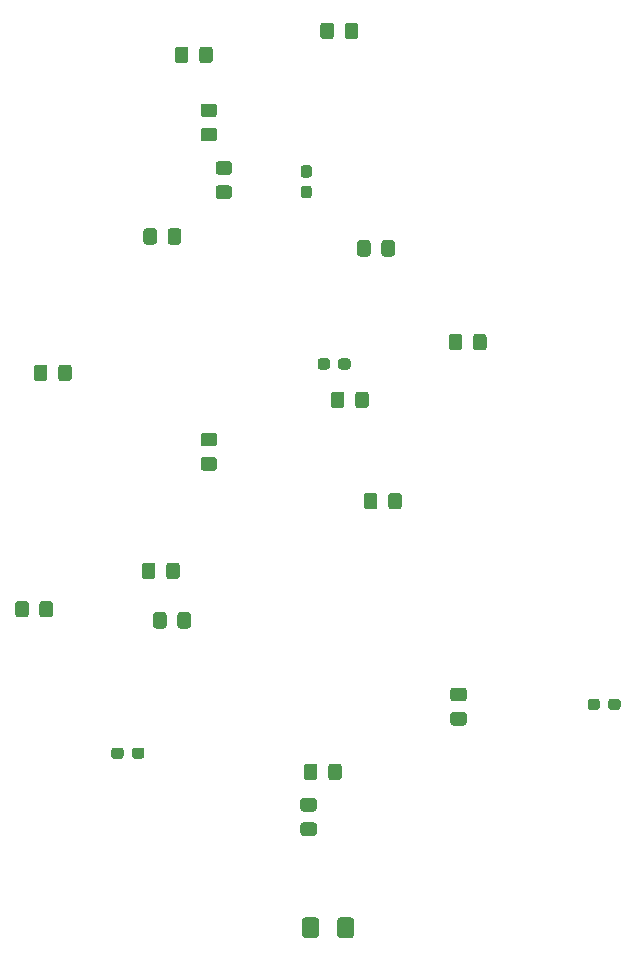
<source format=gbr>
%TF.GenerationSoftware,KiCad,Pcbnew,(5.1.6)-1*%
%TF.CreationDate,2021-10-27T13:00:29+02:00*%
%TF.ProjectId,_autosave-BaumOben,5f617574-6f73-4617-9665-2d4261756d4f,rev?*%
%TF.SameCoordinates,Original*%
%TF.FileFunction,Paste,Bot*%
%TF.FilePolarity,Positive*%
%FSLAX46Y46*%
G04 Gerber Fmt 4.6, Leading zero omitted, Abs format (unit mm)*
G04 Created by KiCad (PCBNEW (5.1.6)-1) date 2021-10-27 13:00:29*
%MOMM*%
%LPD*%
G01*
G04 APERTURE LIST*
G04 APERTURE END LIST*
%TO.C,C2*%
G36*
G01*
X107455000Y-143931800D02*
X107455000Y-142681800D01*
G75*
G02*
X107705000Y-142431800I250000J0D01*
G01*
X108630000Y-142431800D01*
G75*
G02*
X108880000Y-142681800I0J-250000D01*
G01*
X108880000Y-143931800D01*
G75*
G02*
X108630000Y-144181800I-250000J0D01*
G01*
X107705000Y-144181800D01*
G75*
G02*
X107455000Y-143931800I0J250000D01*
G01*
G37*
G36*
G01*
X104480000Y-143931800D02*
X104480000Y-142681800D01*
G75*
G02*
X104730000Y-142431800I250000J0D01*
G01*
X105655000Y-142431800D01*
G75*
G02*
X105905000Y-142681800I0J-250000D01*
G01*
X105905000Y-143931800D01*
G75*
G02*
X105655000Y-144181800I-250000J0D01*
G01*
X104730000Y-144181800D01*
G75*
G02*
X104480000Y-143931800I0J250000D01*
G01*
G37*
%TD*%
%TO.C,R9*%
G36*
G01*
X108971500Y-99065501D02*
X108971500Y-98165499D01*
G75*
G02*
X109221499Y-97915500I249999J0D01*
G01*
X109871501Y-97915500D01*
G75*
G02*
X110121500Y-98165499I0J-249999D01*
G01*
X110121500Y-99065501D01*
G75*
G02*
X109871501Y-99315500I-249999J0D01*
G01*
X109221499Y-99315500D01*
G75*
G02*
X108971500Y-99065501I0J249999D01*
G01*
G37*
G36*
G01*
X106921500Y-99065501D02*
X106921500Y-98165499D01*
G75*
G02*
X107171499Y-97915500I249999J0D01*
G01*
X107821501Y-97915500D01*
G75*
G02*
X108071500Y-98165499I0J-249999D01*
G01*
X108071500Y-99065501D01*
G75*
G02*
X107821501Y-99315500I-249999J0D01*
G01*
X107171499Y-99315500D01*
G75*
G02*
X106921500Y-99065501I0J249999D01*
G01*
G37*
%TD*%
%TO.C,R6*%
G36*
G01*
X97403499Y-80460000D02*
X98303501Y-80460000D01*
G75*
G02*
X98553500Y-80709999I0J-249999D01*
G01*
X98553500Y-81360001D01*
G75*
G02*
X98303501Y-81610000I-249999J0D01*
G01*
X97403499Y-81610000D01*
G75*
G02*
X97153500Y-81360001I0J249999D01*
G01*
X97153500Y-80709999D01*
G75*
G02*
X97403499Y-80460000I249999J0D01*
G01*
G37*
G36*
G01*
X97403499Y-78410000D02*
X98303501Y-78410000D01*
G75*
G02*
X98553500Y-78659999I0J-249999D01*
G01*
X98553500Y-79310001D01*
G75*
G02*
X98303501Y-79560000I-249999J0D01*
G01*
X97403499Y-79560000D01*
G75*
G02*
X97153500Y-79310001I0J249999D01*
G01*
X97153500Y-78659999D01*
G75*
G02*
X97403499Y-78410000I249999J0D01*
G01*
G37*
%TD*%
%TO.C,R5*%
G36*
G01*
X104578999Y-134371500D02*
X105479001Y-134371500D01*
G75*
G02*
X105729000Y-134621499I0J-249999D01*
G01*
X105729000Y-135271501D01*
G75*
G02*
X105479001Y-135521500I-249999J0D01*
G01*
X104578999Y-135521500D01*
G75*
G02*
X104329000Y-135271501I0J249999D01*
G01*
X104329000Y-134621499D01*
G75*
G02*
X104578999Y-134371500I249999J0D01*
G01*
G37*
G36*
G01*
X104578999Y-132321500D02*
X105479001Y-132321500D01*
G75*
G02*
X105729000Y-132571499I0J-249999D01*
G01*
X105729000Y-133221501D01*
G75*
G02*
X105479001Y-133471500I-249999J0D01*
G01*
X104578999Y-133471500D01*
G75*
G02*
X104329000Y-133221501I0J249999D01*
G01*
X104329000Y-132571499D01*
G75*
G02*
X104578999Y-132321500I249999J0D01*
G01*
G37*
%TD*%
%TO.C,R4*%
G36*
G01*
X93922000Y-117734501D02*
X93922000Y-116834499D01*
G75*
G02*
X94171999Y-116584500I249999J0D01*
G01*
X94822001Y-116584500D01*
G75*
G02*
X95072000Y-116834499I0J-249999D01*
G01*
X95072000Y-117734501D01*
G75*
G02*
X94822001Y-117984500I-249999J0D01*
G01*
X94171999Y-117984500D01*
G75*
G02*
X93922000Y-117734501I0J249999D01*
G01*
G37*
G36*
G01*
X91872000Y-117734501D02*
X91872000Y-116834499D01*
G75*
G02*
X92121999Y-116584500I249999J0D01*
G01*
X92772001Y-116584500D01*
G75*
G02*
X93022000Y-116834499I0J-249999D01*
G01*
X93022000Y-117734501D01*
G75*
G02*
X92772001Y-117984500I-249999J0D01*
G01*
X92121999Y-117984500D01*
G75*
G02*
X91872000Y-117734501I0J249999D01*
G01*
G37*
%TD*%
%TO.C,R2*%
G36*
G01*
X96133499Y-103456000D02*
X97033501Y-103456000D01*
G75*
G02*
X97283500Y-103705999I0J-249999D01*
G01*
X97283500Y-104356001D01*
G75*
G02*
X97033501Y-104606000I-249999J0D01*
G01*
X96133499Y-104606000D01*
G75*
G02*
X95883500Y-104356001I0J249999D01*
G01*
X95883500Y-103705999D01*
G75*
G02*
X96133499Y-103456000I249999J0D01*
G01*
G37*
G36*
G01*
X96133499Y-101406000D02*
X97033501Y-101406000D01*
G75*
G02*
X97283500Y-101655999I0J-249999D01*
G01*
X97283500Y-102306001D01*
G75*
G02*
X97033501Y-102556000I-249999J0D01*
G01*
X96133499Y-102556000D01*
G75*
G02*
X95883500Y-102306001I0J249999D01*
G01*
X95883500Y-101655999D01*
G75*
G02*
X96133499Y-101406000I249999J0D01*
G01*
G37*
%TD*%
%TO.C,DY7*%
G36*
G01*
X95763500Y-69855501D02*
X95763500Y-68955499D01*
G75*
G02*
X96013499Y-68705500I249999J0D01*
G01*
X96663501Y-68705500D01*
G75*
G02*
X96913500Y-68955499I0J-249999D01*
G01*
X96913500Y-69855501D01*
G75*
G02*
X96663501Y-70105500I-249999J0D01*
G01*
X96013499Y-70105500D01*
G75*
G02*
X95763500Y-69855501I0J249999D01*
G01*
G37*
G36*
G01*
X93713500Y-69855501D02*
X93713500Y-68955499D01*
G75*
G02*
X93963499Y-68705500I249999J0D01*
G01*
X94613501Y-68705500D01*
G75*
G02*
X94863500Y-68955499I0J-249999D01*
G01*
X94863500Y-69855501D01*
G75*
G02*
X94613501Y-70105500I-249999J0D01*
G01*
X93963499Y-70105500D01*
G75*
G02*
X93713500Y-69855501I0J249999D01*
G01*
G37*
%TD*%
%TO.C,DY5*%
G36*
G01*
X117278999Y-125037000D02*
X118179001Y-125037000D01*
G75*
G02*
X118429000Y-125286999I0J-249999D01*
G01*
X118429000Y-125937001D01*
G75*
G02*
X118179001Y-126187000I-249999J0D01*
G01*
X117278999Y-126187000D01*
G75*
G02*
X117029000Y-125937001I0J249999D01*
G01*
X117029000Y-125286999D01*
G75*
G02*
X117278999Y-125037000I249999J0D01*
G01*
G37*
G36*
G01*
X117278999Y-122987000D02*
X118179001Y-122987000D01*
G75*
G02*
X118429000Y-123236999I0J-249999D01*
G01*
X118429000Y-123887001D01*
G75*
G02*
X118179001Y-124137000I-249999J0D01*
G01*
X117278999Y-124137000D01*
G75*
G02*
X117029000Y-123887001I0J249999D01*
G01*
X117029000Y-123236999D01*
G75*
G02*
X117278999Y-122987000I249999J0D01*
G01*
G37*
%TD*%
%TO.C,DY3*%
G36*
G01*
X92196500Y-84322499D02*
X92196500Y-85222501D01*
G75*
G02*
X91946501Y-85472500I-249999J0D01*
G01*
X91296499Y-85472500D01*
G75*
G02*
X91046500Y-85222501I0J249999D01*
G01*
X91046500Y-84322499D01*
G75*
G02*
X91296499Y-84072500I249999J0D01*
G01*
X91946501Y-84072500D01*
G75*
G02*
X92196500Y-84322499I0J-249999D01*
G01*
G37*
G36*
G01*
X94246500Y-84322499D02*
X94246500Y-85222501D01*
G75*
G02*
X93996501Y-85472500I-249999J0D01*
G01*
X93346499Y-85472500D01*
G75*
G02*
X93096500Y-85222501I0J249999D01*
G01*
X93096500Y-84322499D01*
G75*
G02*
X93346499Y-84072500I249999J0D01*
G01*
X93996501Y-84072500D01*
G75*
G02*
X94246500Y-84322499I0J-249999D01*
G01*
G37*
%TD*%
%TO.C,DY2*%
G36*
G01*
X83825500Y-96779501D02*
X83825500Y-95879499D01*
G75*
G02*
X84075499Y-95629500I249999J0D01*
G01*
X84725501Y-95629500D01*
G75*
G02*
X84975500Y-95879499I0J-249999D01*
G01*
X84975500Y-96779501D01*
G75*
G02*
X84725501Y-97029500I-249999J0D01*
G01*
X84075499Y-97029500D01*
G75*
G02*
X83825500Y-96779501I0J249999D01*
G01*
G37*
G36*
G01*
X81775500Y-96779501D02*
X81775500Y-95879499D01*
G75*
G02*
X82025499Y-95629500I249999J0D01*
G01*
X82675501Y-95629500D01*
G75*
G02*
X82925500Y-95879499I0J-249999D01*
G01*
X82925500Y-96779501D01*
G75*
G02*
X82675501Y-97029500I-249999J0D01*
G01*
X82025499Y-97029500D01*
G75*
G02*
X81775500Y-96779501I0J249999D01*
G01*
G37*
%TD*%
%TO.C,DR8*%
G36*
G01*
X92069500Y-112643499D02*
X92069500Y-113543501D01*
G75*
G02*
X91819501Y-113793500I-249999J0D01*
G01*
X91169499Y-113793500D01*
G75*
G02*
X90919500Y-113543501I0J249999D01*
G01*
X90919500Y-112643499D01*
G75*
G02*
X91169499Y-112393500I249999J0D01*
G01*
X91819501Y-112393500D01*
G75*
G02*
X92069500Y-112643499I0J-249999D01*
G01*
G37*
G36*
G01*
X94119500Y-112643499D02*
X94119500Y-113543501D01*
G75*
G02*
X93869501Y-113793500I-249999J0D01*
G01*
X93219499Y-113793500D01*
G75*
G02*
X92969500Y-113543501I0J249999D01*
G01*
X92969500Y-112643499D01*
G75*
G02*
X93219499Y-112393500I249999J0D01*
G01*
X93869501Y-112393500D01*
G75*
G02*
X94119500Y-112643499I0J-249999D01*
G01*
G37*
%TD*%
%TO.C,DR6*%
G36*
G01*
X110865500Y-106737999D02*
X110865500Y-107638001D01*
G75*
G02*
X110615501Y-107888000I-249999J0D01*
G01*
X109965499Y-107888000D01*
G75*
G02*
X109715500Y-107638001I0J249999D01*
G01*
X109715500Y-106737999D01*
G75*
G02*
X109965499Y-106488000I249999J0D01*
G01*
X110615501Y-106488000D01*
G75*
G02*
X110865500Y-106737999I0J-249999D01*
G01*
G37*
G36*
G01*
X112915500Y-106737999D02*
X112915500Y-107638001D01*
G75*
G02*
X112665501Y-107888000I-249999J0D01*
G01*
X112015499Y-107888000D01*
G75*
G02*
X111765500Y-107638001I0J249999D01*
G01*
X111765500Y-106737999D01*
G75*
G02*
X112015499Y-106488000I249999J0D01*
G01*
X112665501Y-106488000D01*
G75*
G02*
X112915500Y-106737999I0J-249999D01*
G01*
G37*
%TD*%
%TO.C,DR4*%
G36*
G01*
X108082500Y-67823501D02*
X108082500Y-66923499D01*
G75*
G02*
X108332499Y-66673500I249999J0D01*
G01*
X108982501Y-66673500D01*
G75*
G02*
X109232500Y-66923499I0J-249999D01*
G01*
X109232500Y-67823501D01*
G75*
G02*
X108982501Y-68073500I-249999J0D01*
G01*
X108332499Y-68073500D01*
G75*
G02*
X108082500Y-67823501I0J249999D01*
G01*
G37*
G36*
G01*
X106032500Y-67823501D02*
X106032500Y-66923499D01*
G75*
G02*
X106282499Y-66673500I249999J0D01*
G01*
X106932501Y-66673500D01*
G75*
G02*
X107182500Y-66923499I0J-249999D01*
G01*
X107182500Y-67823501D01*
G75*
G02*
X106932501Y-68073500I-249999J0D01*
G01*
X106282499Y-68073500D01*
G75*
G02*
X106032500Y-67823501I0J249999D01*
G01*
G37*
%TD*%
%TO.C,DR2*%
G36*
G01*
X81338000Y-115881999D02*
X81338000Y-116782001D01*
G75*
G02*
X81088001Y-117032000I-249999J0D01*
G01*
X80437999Y-117032000D01*
G75*
G02*
X80188000Y-116782001I0J249999D01*
G01*
X80188000Y-115881999D01*
G75*
G02*
X80437999Y-115632000I249999J0D01*
G01*
X81088001Y-115632000D01*
G75*
G02*
X81338000Y-115881999I0J-249999D01*
G01*
G37*
G36*
G01*
X83388000Y-115881999D02*
X83388000Y-116782001D01*
G75*
G02*
X83138001Y-117032000I-249999J0D01*
G01*
X82487999Y-117032000D01*
G75*
G02*
X82238000Y-116782001I0J249999D01*
G01*
X82238000Y-115881999D01*
G75*
G02*
X82487999Y-115632000I249999J0D01*
G01*
X83138001Y-115632000D01*
G75*
G02*
X83388000Y-115881999I0J-249999D01*
G01*
G37*
%TD*%
%TO.C,DG8*%
G36*
G01*
X97033501Y-74670500D02*
X96133499Y-74670500D01*
G75*
G02*
X95883500Y-74420501I0J249999D01*
G01*
X95883500Y-73770499D01*
G75*
G02*
X96133499Y-73520500I249999J0D01*
G01*
X97033501Y-73520500D01*
G75*
G02*
X97283500Y-73770499I0J-249999D01*
G01*
X97283500Y-74420501D01*
G75*
G02*
X97033501Y-74670500I-249999J0D01*
G01*
G37*
G36*
G01*
X97033501Y-76720500D02*
X96133499Y-76720500D01*
G75*
G02*
X95883500Y-76470501I0J249999D01*
G01*
X95883500Y-75820499D01*
G75*
G02*
X96133499Y-75570500I249999J0D01*
G01*
X97033501Y-75570500D01*
G75*
G02*
X97283500Y-75820499I0J-249999D01*
G01*
X97283500Y-76470501D01*
G75*
G02*
X97033501Y-76720500I-249999J0D01*
G01*
G37*
%TD*%
%TO.C,DG6*%
G36*
G01*
X111194000Y-86238501D02*
X111194000Y-85338499D01*
G75*
G02*
X111443999Y-85088500I249999J0D01*
G01*
X112094001Y-85088500D01*
G75*
G02*
X112344000Y-85338499I0J-249999D01*
G01*
X112344000Y-86238501D01*
G75*
G02*
X112094001Y-86488500I-249999J0D01*
G01*
X111443999Y-86488500D01*
G75*
G02*
X111194000Y-86238501I0J249999D01*
G01*
G37*
G36*
G01*
X109144000Y-86238501D02*
X109144000Y-85338499D01*
G75*
G02*
X109393999Y-85088500I249999J0D01*
G01*
X110044001Y-85088500D01*
G75*
G02*
X110294000Y-85338499I0J-249999D01*
G01*
X110294000Y-86238501D01*
G75*
G02*
X110044001Y-86488500I-249999J0D01*
G01*
X109393999Y-86488500D01*
G75*
G02*
X109144000Y-86238501I0J249999D01*
G01*
G37*
%TD*%
%TO.C,DG4*%
G36*
G01*
X105785500Y-129661499D02*
X105785500Y-130561501D01*
G75*
G02*
X105535501Y-130811500I-249999J0D01*
G01*
X104885499Y-130811500D01*
G75*
G02*
X104635500Y-130561501I0J249999D01*
G01*
X104635500Y-129661499D01*
G75*
G02*
X104885499Y-129411500I249999J0D01*
G01*
X105535501Y-129411500D01*
G75*
G02*
X105785500Y-129661499I0J-249999D01*
G01*
G37*
G36*
G01*
X107835500Y-129661499D02*
X107835500Y-130561501D01*
G75*
G02*
X107585501Y-130811500I-249999J0D01*
G01*
X106935499Y-130811500D01*
G75*
G02*
X106685500Y-130561501I0J249999D01*
G01*
X106685500Y-129661499D01*
G75*
G02*
X106935499Y-129411500I249999J0D01*
G01*
X107585501Y-129411500D01*
G75*
G02*
X107835500Y-129661499I0J-249999D01*
G01*
G37*
%TD*%
%TO.C,DG2*%
G36*
G01*
X118050000Y-93275999D02*
X118050000Y-94176001D01*
G75*
G02*
X117800001Y-94426000I-249999J0D01*
G01*
X117149999Y-94426000D01*
G75*
G02*
X116900000Y-94176001I0J249999D01*
G01*
X116900000Y-93275999D01*
G75*
G02*
X117149999Y-93026000I249999J0D01*
G01*
X117800001Y-93026000D01*
G75*
G02*
X118050000Y-93275999I0J-249999D01*
G01*
G37*
G36*
G01*
X120100000Y-93275999D02*
X120100000Y-94176001D01*
G75*
G02*
X119850001Y-94426000I-249999J0D01*
G01*
X119199999Y-94426000D01*
G75*
G02*
X118950000Y-94176001I0J249999D01*
G01*
X118950000Y-93275999D01*
G75*
G02*
X119199999Y-93026000I249999J0D01*
G01*
X119850001Y-93026000D01*
G75*
G02*
X120100000Y-93275999I0J-249999D01*
G01*
G37*
%TD*%
%TO.C,DB6*%
G36*
G01*
X107538000Y-95805000D02*
X107538000Y-95330000D01*
G75*
G02*
X107775500Y-95092500I237500J0D01*
G01*
X108350500Y-95092500D01*
G75*
G02*
X108588000Y-95330000I0J-237500D01*
G01*
X108588000Y-95805000D01*
G75*
G02*
X108350500Y-96042500I-237500J0D01*
G01*
X107775500Y-96042500D01*
G75*
G02*
X107538000Y-95805000I0J237500D01*
G01*
G37*
G36*
G01*
X105788000Y-95805000D02*
X105788000Y-95330000D01*
G75*
G02*
X106025500Y-95092500I237500J0D01*
G01*
X106600500Y-95092500D01*
G75*
G02*
X106838000Y-95330000I0J-237500D01*
G01*
X106838000Y-95805000D01*
G75*
G02*
X106600500Y-96042500I-237500J0D01*
G01*
X106025500Y-96042500D01*
G75*
G02*
X105788000Y-95805000I0J237500D01*
G01*
G37*
%TD*%
%TO.C,DB5*%
G36*
G01*
X129698000Y-124159000D02*
X129698000Y-124634000D01*
G75*
G02*
X129460500Y-124871500I-237500J0D01*
G01*
X128885500Y-124871500D01*
G75*
G02*
X128648000Y-124634000I0J237500D01*
G01*
X128648000Y-124159000D01*
G75*
G02*
X128885500Y-123921500I237500J0D01*
G01*
X129460500Y-123921500D01*
G75*
G02*
X129698000Y-124159000I0J-237500D01*
G01*
G37*
G36*
G01*
X131448000Y-124159000D02*
X131448000Y-124634000D01*
G75*
G02*
X131210500Y-124871500I-237500J0D01*
G01*
X130635500Y-124871500D01*
G75*
G02*
X130398000Y-124634000I0J237500D01*
G01*
X130398000Y-124159000D01*
G75*
G02*
X130635500Y-123921500I237500J0D01*
G01*
X131210500Y-123921500D01*
G75*
G02*
X131448000Y-124159000I0J-237500D01*
G01*
G37*
%TD*%
%TO.C,DB3*%
G36*
G01*
X105076000Y-79787000D02*
X104601000Y-79787000D01*
G75*
G02*
X104363500Y-79549500I0J237500D01*
G01*
X104363500Y-78974500D01*
G75*
G02*
X104601000Y-78737000I237500J0D01*
G01*
X105076000Y-78737000D01*
G75*
G02*
X105313500Y-78974500I0J-237500D01*
G01*
X105313500Y-79549500D01*
G75*
G02*
X105076000Y-79787000I-237500J0D01*
G01*
G37*
G36*
G01*
X105076000Y-81537000D02*
X104601000Y-81537000D01*
G75*
G02*
X104363500Y-81299500I0J237500D01*
G01*
X104363500Y-80724500D01*
G75*
G02*
X104601000Y-80487000I237500J0D01*
G01*
X105076000Y-80487000D01*
G75*
G02*
X105313500Y-80724500I0J-237500D01*
G01*
X105313500Y-81299500D01*
G75*
G02*
X105076000Y-81537000I-237500J0D01*
G01*
G37*
%TD*%
%TO.C,DB1*%
G36*
G01*
X90075500Y-128761500D02*
X90075500Y-128286500D01*
G75*
G02*
X90313000Y-128049000I237500J0D01*
G01*
X90888000Y-128049000D01*
G75*
G02*
X91125500Y-128286500I0J-237500D01*
G01*
X91125500Y-128761500D01*
G75*
G02*
X90888000Y-128999000I-237500J0D01*
G01*
X90313000Y-128999000D01*
G75*
G02*
X90075500Y-128761500I0J237500D01*
G01*
G37*
G36*
G01*
X88325500Y-128761500D02*
X88325500Y-128286500D01*
G75*
G02*
X88563000Y-128049000I237500J0D01*
G01*
X89138000Y-128049000D01*
G75*
G02*
X89375500Y-128286500I0J-237500D01*
G01*
X89375500Y-128761500D01*
G75*
G02*
X89138000Y-128999000I-237500J0D01*
G01*
X88563000Y-128999000D01*
G75*
G02*
X88325500Y-128761500I0J237500D01*
G01*
G37*
%TD*%
M02*

</source>
